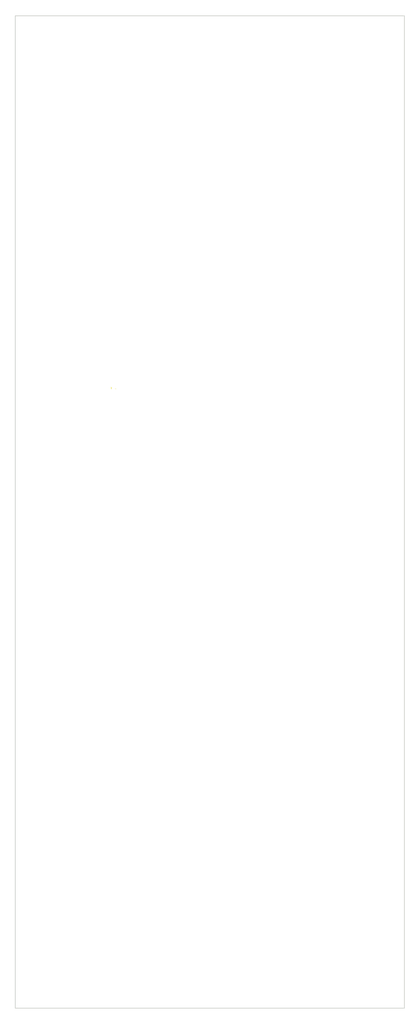
<source format=kicad_pcb>
(kicad_pcb (version 20211014) (generator pcbnew)
  (layers (0 "F.Cu" signal) (31 "B.Cu" signal) (34 "B.Paste" user) (35 "F.Paste" user) (36 "B.SilkS" user "B.Silkscreen") (37 "F.SilkS" user "F.Silkscreen") (38 "B.Mask" user) (39 "F.Mask" user) (44 "Edge.Cuts" user))
  (net 0 "")
  (footprint "myfootprint:MountingHole_7.5mm_M7" (layer "F.Cu") (at 132 122.96)
    (fp_text reference "REF**")
    (fp_text value "MountingHole_7.5mm_M7")
    (pad "" np_thru_hole circle (at 0 0) (size 7.5 7.5) (drill 7.5) (layers F&B.Cu *.Mask))
  )
  (footprint "myfootprint:MountingHole_6.1mm_M6" (layer "F.Cu") (at 114.75 122.96)
    (fp_text reference "REF**")
    (fp_text value "MountingHole_6.1mm_M6")
    (pad "" np_thru_hole circle (at 0 0) (size 6.2 6.2) (drill 6.2) (layers F&B.Cu *.Mask))
  )
  (footprint "myfootprint:MountingHole_6.1mm_M6" (layer "F.Cu") (at 100.5 143.28)
    (fp_text reference "REF**")
    (fp_text value "MountingHole_6.1mm_M6")
    (pad "" np_thru_hole circle (at 0 0) (size 6.2 6.2) (drill 6.2) (layers F&B.Cu *.Mask))
  )
  (footprint "myfootprint:MountingHole_6.1mm_M6" (layer "F.Cu") (at 100.5 102.64)
    (fp_text reference "REF**")
    (fp_text value "MountingHole_6.1mm_M6")
    (pad "" np_thru_hole circle (at 0 0) (size 6.2 6.2) (drill 6.2) (layers F&B.Cu *.Mask))
  )
  (footprint "MountingHole:MountingHole_3.2mm_M3" (layer "F.Cu") (at 135.56 164)
    (fp_text reference "REF**")
    (fp_text value "MountingHole_3.2mm_M3")
    (pad "" np_thru_hole circle (at 0 0) (size 3.2 3.2) (drill 3.2) (layers *.Cu *.Mask))
  )
  (footprint "myfootprint:MountingHole_7.5mm_M7" (layer "F.Cu") (at 132 62.06)
    (fp_text reference "REF**")
    (fp_text value "MountingHole_7.5mm_M7")
    (pad "" np_thru_hole circle (at 0 0) (size 7.5 7.5) (drill 7.5) (layers F&B.Cu *.Mask))
  )
  (footprint "myfootprint:MountingHole_7.5mm_M7" (layer "F.Cu") (at 132 102.64)
    (fp_text reference "REF**")
    (fp_text value "MountingHole_7.5mm_M7")
    (pad "" np_thru_hole circle (at 0 0) (size 7.5 7.5) (drill 7.5) (layers F&B.Cu *.Mask))
  )
  (footprint "myfootprint:MountingHole_7.5mm_M7" (layer "F.Cu") (at 132 82.32)
    (fp_text reference "REF**")
    (fp_text value "MountingHole_7.5mm_M7")
    (pad "" np_thru_hole circle (at 0 0) (size 7.5 7.5) (drill 7.5) (layers F&B.Cu *.Mask))
  )
  (footprint "MountingHole:MountingHole_2.5mm" (layer "F.Cu") (at 106.875 89.82)
    (fp_text reference "REF**" (at 0 -3.5) (layer "F.SilkS"))
    (fp_text value "MountingHole_2.5mm")
    (pad "" np_thru_hole circle (at 0 0) (size 2.5 2.5) (drill 2.5) (layers *.Cu *.Mask))
  )
  (footprint "MountingHole:MountingHole_3.2mm_M3" (layer "F.Cu") (at 100 164)
    (fp_text reference "REF**")
    (fp_text value "MountingHole_3.2mm_M3")
    (pad "" np_thru_hole circle (at 0 0) (size 3.2 3.2) (drill 3.2) (layers *.Cu *.Mask))
  )
  (footprint "myfootprint:MountingHole_6.1mm_M6" (layer "F.Cu") (at 114.75 143.28)
    (fp_text reference "REF**")
    (fp_text value "MountingHole_6.1mm_M6")
    (pad "" np_thru_hole circle (at 0 0) (size 6.2 6.2) (drill 6.2) (layers F&B.Cu *.Mask))
  )
  (footprint "myfootprint:MountingHole_7.5mm_M7" (layer "F.Cu") (at 132 143.28)
    (fp_text reference "REF**")
    (fp_text value "MountingHole_7.5mm_M7")
    (pad "" np_thru_hole circle (at 0 0) (size 7.5 7.5) (drill 7.5) (layers F&B.Cu *.Mask))
  )
  (footprint "myfootprint:MountingHole_6.1mm_M6" (layer "F.Cu") (at 100.5 122.96)
    (fp_text reference "REF**")
    (fp_text value "MountingHole_6.1mm_M6")
    (pad "" np_thru_hole circle (at 0 0) (size 6.2 6.2) (drill 6.2) (layers F&B.Cu *.Mask))
  )
  (footprint "myfootprint:MountingHole_9.3mm_M9" (layer "F.Cu") (at 106.875 82.32)
    (fp_text reference "REF**")
    (fp_text value "MountingHole_9.3mm_M9")
    (pad "" np_thru_hole circle (at 0 0) (size 9.3 9.3) (drill 9.3) (layers F&B.Cu *.Mask))
  )
  (footprint "myfootprint:MountingHole_6.1mm_M6" (layer "F.Cu") (at 114.75 102.64)
    (fp_text reference "REF**")
    (fp_text value "MountingHole_6.1mm_M6")
    (pad "" np_thru_hole circle (at 0 0) (size 6.2 6.2) (drill 6.2) (layers F&B.Cu *.Mask))
  )
  (footprint "MountingHole:MountingHole_3.2mm_M3" (layer "F.Cu") (at 135.56 41.5)
    (fp_text reference "REF**")
    (fp_text value "MountingHole_3.2mm_M3")
    (pad "" np_thru_hole circle (at 0 0) (size 3.2 3.2) (drill 3.2) (layers *.Cu *.Mask))
  )
  (footprint "MountingHole:MountingHole_3.2mm_M3" (layer "F.Cu") (at 100 41.5)
    (fp_text reference "REF**")
    (fp_text value "MountingHole_3.2mm_M3")
    (pad "" np_thru_hole circle (at 0 0) (size 3.2 3.2) (drill 3.2) (layers *.Cu *.Mask))
  )
  (footprint "myfootprint:MountingHole_6.1mm_M6" (layer "F.Cu") (at 106.875 62.06)
    (fp_text reference "REF**")
    (fp_text value "MountingHole_6.1mm_M6")
    (pad "" np_thru_hole circle (at 0 0) (size 6.2 6.2) (drill 6.2) (layers F&B.Cu *.Mask))
  )
  (gr_rect (start 92.5 38.5) (end 143 167) (layer "Edge.Cuts") (width 0.1) (fill none))
)
</source>
